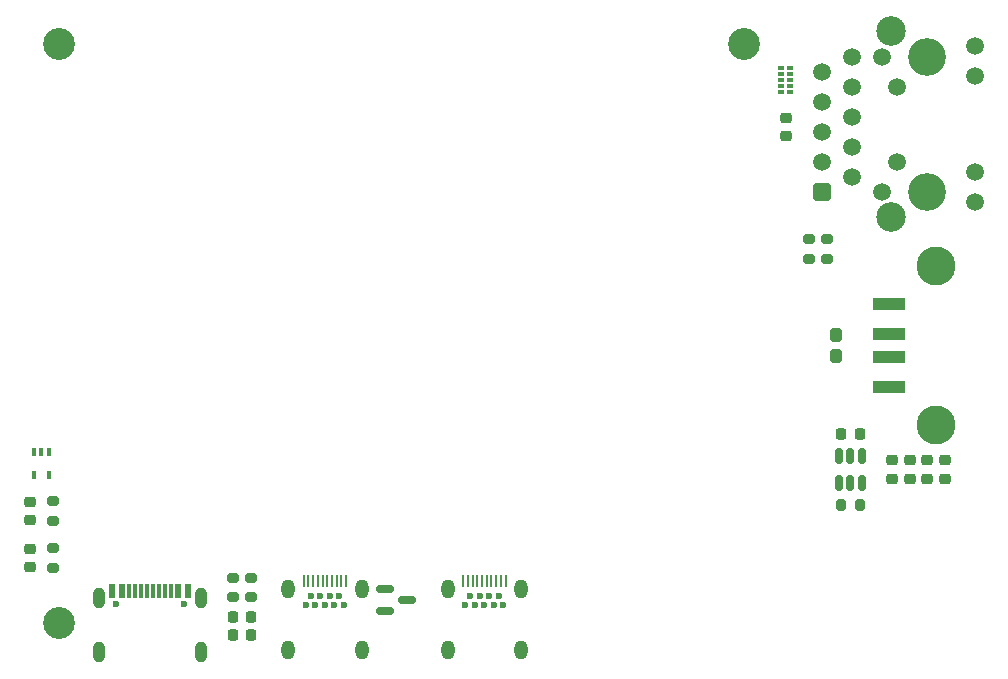
<source format=gbr>
%TF.GenerationSoftware,KiCad,Pcbnew,(5.99.0-10407-g1e8b23402c)*%
%TF.CreationDate,2021-06-04T13:11:51-06:00*%
%TF.ProjectId,mezzanine,6d657a7a-616e-4696-9e65-2e6b69636164,rev?*%
%TF.SameCoordinates,Original*%
%TF.FileFunction,Soldermask,Top*%
%TF.FilePolarity,Negative*%
%FSLAX46Y46*%
G04 Gerber Fmt 4.6, Leading zero omitted, Abs format (unit mm)*
G04 Created by KiCad (PCBNEW (5.99.0-10407-g1e8b23402c)) date 2021-06-04 13:11:51*
%MOMM*%
%LPD*%
G01*
G04 APERTURE LIST*
G04 Aperture macros list*
%AMRoundRect*
0 Rectangle with rounded corners*
0 $1 Rounding radius*
0 $2 $3 $4 $5 $6 $7 $8 $9 X,Y pos of 4 corners*
0 Add a 4 corners polygon primitive as box body*
4,1,4,$2,$3,$4,$5,$6,$7,$8,$9,$2,$3,0*
0 Add four circle primitives for the rounded corners*
1,1,$1+$1,$2,$3*
1,1,$1+$1,$4,$5*
1,1,$1+$1,$6,$7*
1,1,$1+$1,$8,$9*
0 Add four rect primitives between the rounded corners*
20,1,$1+$1,$2,$3,$4,$5,0*
20,1,$1+$1,$4,$5,$6,$7,0*
20,1,$1+$1,$6,$7,$8,$9,0*
20,1,$1+$1,$8,$9,$2,$3,0*%
G04 Aperture macros list end*
%ADD10RoundRect,0.150000X-0.587500X-0.150000X0.587500X-0.150000X0.587500X0.150000X-0.587500X0.150000X0*%
%ADD11RoundRect,0.200000X-0.275000X0.200000X-0.275000X-0.200000X0.275000X-0.200000X0.275000X0.200000X0*%
%ADD12RoundRect,0.225000X-0.250000X0.225000X-0.250000X-0.225000X0.250000X-0.225000X0.250000X0.225000X0*%
%ADD13C,2.700000*%
%ADD14RoundRect,0.200000X0.275000X-0.200000X0.275000X0.200000X-0.275000X0.200000X-0.275000X-0.200000X0*%
%ADD15R,0.400000X0.650000*%
%ADD16RoundRect,0.225000X0.250000X-0.225000X0.250000X0.225000X-0.250000X0.225000X-0.250000X-0.225000X0*%
%ADD17R,0.550000X0.300000*%
%ADD18R,0.550000X0.400000*%
%ADD19RoundRect,0.225000X0.225000X0.250000X-0.225000X0.250000X-0.225000X-0.250000X0.225000X-0.250000X0*%
%ADD20R,0.250000X1.000000*%
%ADD21C,0.600000*%
%ADD22RoundRect,0.575000X0.000000X-0.225000X0.000000X-0.225000X0.000000X0.225000X0.000000X0.225000X0*%
%ADD23RoundRect,0.225000X-0.225000X-0.250000X0.225000X-0.250000X0.225000X0.250000X-0.225000X0.250000X0*%
%ADD24R,0.300000X1.150000*%
%ADD25R,0.600000X1.150000*%
%ADD26RoundRect,0.500000X0.000000X-0.400000X0.000000X-0.400000X0.000000X0.400000X0.000000X0.400000X0*%
%ADD27RoundRect,0.218750X0.256250X-0.218750X0.256250X0.218750X-0.256250X0.218750X-0.256250X-0.218750X0*%
%ADD28RoundRect,0.200000X-0.200000X-0.275000X0.200000X-0.275000X0.200000X0.275000X-0.200000X0.275000X0*%
%ADD29RoundRect,0.150000X-0.150000X0.512500X-0.150000X-0.512500X0.150000X-0.512500X0.150000X0.512500X0*%
%ADD30C,3.200000*%
%ADD31RoundRect,0.250500X0.499500X-0.499500X0.499500X0.499500X-0.499500X0.499500X-0.499500X-0.499500X0*%
%ADD32C,1.500000*%
%ADD33C,2.500000*%
%ADD34R,2.800000X1.000000*%
%ADD35C,3.300000*%
%ADD36RoundRect,0.250000X0.275000X-0.312500X0.275000X0.312500X-0.275000X0.312500X-0.275000X-0.312500X0*%
G04 APERTURE END LIST*
D10*
%TO.C,U6*%
X51062500Y-69620000D03*
X51062500Y-71520000D03*
X52937500Y-70570000D03*
%TD*%
D11*
%TO.C,R3*%
X38250000Y-68675000D03*
X38250000Y-70325000D03*
%TD*%
D12*
%TO.C,C7*%
X85000000Y-29725000D03*
X85000000Y-31275000D03*
%TD*%
D13*
%TO.C,H2*%
X23500000Y-72500000D03*
%TD*%
D11*
%TO.C,R4*%
X88500000Y-40000000D03*
X88500000Y-41650000D03*
%TD*%
D14*
%TO.C,R7*%
X23000000Y-63825000D03*
X23000000Y-62175000D03*
%TD*%
D15*
%TO.C,U7*%
X22650000Y-58050000D03*
X22000000Y-58050000D03*
X21350000Y-58050000D03*
X21350000Y-59950000D03*
X22650000Y-59950000D03*
%TD*%
D16*
%TO.C,C4*%
X97000000Y-60275000D03*
X97000000Y-58725000D03*
%TD*%
%TO.C,C3*%
X94000000Y-60275000D03*
X94000000Y-58725000D03*
%TD*%
D17*
%TO.C,U3*%
X85385000Y-27500000D03*
X85385000Y-27000000D03*
D18*
X85385000Y-26500000D03*
D17*
X85385000Y-26000000D03*
X85385000Y-25500000D03*
X84615000Y-25500000D03*
X84615000Y-26000000D03*
D18*
X84615000Y-26500000D03*
D17*
X84615000Y-27000000D03*
X84615000Y-27500000D03*
%TD*%
D16*
%TO.C,C5*%
X95500000Y-60275000D03*
X95500000Y-58725000D03*
%TD*%
D14*
%TO.C,R6*%
X23000000Y-67825000D03*
X23000000Y-66175000D03*
%TD*%
D19*
%TO.C,C1*%
X91275000Y-56500000D03*
X89725000Y-56500000D03*
%TD*%
D13*
%TO.C,H1*%
X23500000Y-23500000D03*
%TD*%
D20*
%TO.C,J3*%
X47800000Y-68920000D03*
D21*
X47600000Y-70980000D03*
D20*
X47400000Y-68920000D03*
D21*
X47200000Y-70180000D03*
D20*
X47000000Y-68920000D03*
D21*
X46800000Y-70980000D03*
D20*
X46600000Y-68920000D03*
D21*
X46400000Y-70180000D03*
D20*
X46200000Y-68920000D03*
D21*
X46000000Y-70980000D03*
D20*
X45800000Y-68920000D03*
D21*
X45600000Y-70180000D03*
D20*
X45400000Y-68920000D03*
D21*
X45200000Y-70980000D03*
D20*
X45000000Y-68920000D03*
D21*
X44800000Y-70180000D03*
D20*
X44600000Y-68920000D03*
D21*
X44400000Y-70980000D03*
D20*
X44200000Y-68920000D03*
D22*
X42900000Y-74775000D03*
X49100000Y-74775000D03*
X49100000Y-69600000D03*
X42900000Y-69600000D03*
%TD*%
D13*
%TO.C,H3*%
X81500000Y-23500000D03*
%TD*%
D23*
%TO.C,C8*%
X38225000Y-73500000D03*
X39775000Y-73500000D03*
%TD*%
D21*
%TO.C,J2*%
X34090000Y-70890000D03*
X28310000Y-70890000D03*
D24*
X29950000Y-69815000D03*
X30950000Y-69815000D03*
X31450000Y-69815000D03*
X32450000Y-69815000D03*
X32950000Y-69815000D03*
X31950000Y-69815000D03*
X30450000Y-69815000D03*
X29450000Y-69815000D03*
D25*
X28000000Y-69815000D03*
X34400000Y-69815000D03*
D26*
X26880000Y-74970000D03*
X35520000Y-70390000D03*
X26880000Y-70390000D03*
X35520000Y-74970000D03*
D25*
X33600000Y-69815000D03*
X28800000Y-69815000D03*
%TD*%
D11*
%TO.C,R5*%
X87000000Y-40000000D03*
X87000000Y-41650000D03*
%TD*%
D27*
%TO.C,D2*%
X21000000Y-63787500D03*
X21000000Y-62212500D03*
%TD*%
D28*
%TO.C,R1*%
X89675000Y-62500000D03*
X91325000Y-62500000D03*
%TD*%
D20*
%TO.C,J4*%
X61300000Y-68920000D03*
D21*
X61100000Y-70980000D03*
D20*
X60900000Y-68920000D03*
D21*
X60700000Y-70180000D03*
D20*
X60500000Y-68920000D03*
D21*
X60300000Y-70980000D03*
D20*
X60100000Y-68920000D03*
D21*
X59900000Y-70180000D03*
D20*
X59700000Y-68920000D03*
D21*
X59500000Y-70980000D03*
D20*
X59300000Y-68920000D03*
D21*
X59100000Y-70180000D03*
D20*
X58900000Y-68920000D03*
D21*
X58700000Y-70980000D03*
D20*
X58500000Y-68920000D03*
D21*
X58300000Y-70180000D03*
D20*
X58100000Y-68920000D03*
D21*
X57900000Y-70980000D03*
D20*
X57700000Y-68920000D03*
D22*
X56400000Y-74775000D03*
X56400000Y-69600000D03*
X62600000Y-74775000D03*
X62600000Y-69600000D03*
%TD*%
D29*
%TO.C,U1*%
X91450000Y-58362500D03*
X90500000Y-58362500D03*
X89550000Y-58362500D03*
X89550000Y-60637500D03*
X90500000Y-60637500D03*
X91450000Y-60637500D03*
%TD*%
D11*
%TO.C,R2*%
X39750000Y-68675000D03*
X39750000Y-70325000D03*
%TD*%
D30*
%TO.C,U5*%
X97000000Y-35965000D03*
X97000000Y-24535000D03*
D31*
X88110000Y-35965000D03*
D32*
X90650000Y-34695000D03*
X88110000Y-33425000D03*
X90650000Y-32155000D03*
X88110000Y-30885000D03*
X90650000Y-29615000D03*
X88110000Y-28345000D03*
X90650000Y-27075000D03*
X88110000Y-25805000D03*
X90650000Y-24535000D03*
X93170000Y-35965000D03*
X94440000Y-33425000D03*
X94440000Y-27075000D03*
X93170000Y-24535000D03*
X101060000Y-36880000D03*
X101060000Y-34340000D03*
X101060000Y-26160000D03*
X101060000Y-23620000D03*
D33*
X93950000Y-38125000D03*
X93950000Y-22375000D03*
%TD*%
D27*
%TO.C,D1*%
X21000000Y-67787500D03*
X21000000Y-66212500D03*
%TD*%
D34*
%TO.C,J1*%
X93800000Y-52500000D03*
X93800000Y-50000000D03*
X93800000Y-48000000D03*
X93800000Y-45500000D03*
D35*
X97700000Y-55700000D03*
X97700000Y-42300000D03*
%TD*%
D19*
%TO.C,C9*%
X39775000Y-72000000D03*
X38225000Y-72000000D03*
%TD*%
D36*
%TO.C,C2*%
X89250000Y-49887500D03*
X89250000Y-48112500D03*
%TD*%
D16*
%TO.C,C6*%
X98500000Y-60275000D03*
X98500000Y-58725000D03*
%TD*%
M02*

</source>
